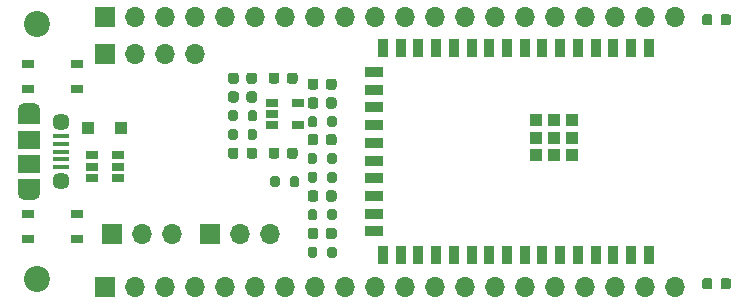
<source format=gts>
G04 #@! TF.GenerationSoftware,KiCad,Pcbnew,5.1.10-88a1d61d58~90~ubuntu21.04.1*
G04 #@! TF.CreationDate,2021-10-15T14:22:21-03:00*
G04 #@! TF.ProjectId,Franzininho WIFI,4672616e-7a69-46e6-996e-686f20574946,rev?*
G04 #@! TF.SameCoordinates,Original*
G04 #@! TF.FileFunction,Soldermask,Top*
G04 #@! TF.FilePolarity,Negative*
%FSLAX46Y46*%
G04 Gerber Fmt 4.6, Leading zero omitted, Abs format (unit mm)*
G04 Created by KiCad (PCBNEW 5.1.10-88a1d61d58~90~ubuntu21.04.1) date 2021-10-15 14:22:21*
%MOMM*%
%LPD*%
G01*
G04 APERTURE LIST*
%ADD10O,1.700000X1.700000*%
%ADD11R,1.700000X1.700000*%
%ADD12R,0.900000X1.500000*%
%ADD13R,1.500000X0.900000*%
%ADD14R,1.100000X1.100000*%
%ADD15R,1.060000X0.650000*%
%ADD16C,2.200000*%
%ADD17R,1.900000X1.500000*%
%ADD18C,1.450000*%
%ADD19R,1.350000X0.400000*%
%ADD20O,1.900000X1.200000*%
%ADD21R,1.900000X1.200000*%
%ADD22R,1.050000X0.650000*%
G04 APERTURE END LIST*
D10*
X138430000Y-97155000D03*
X135890000Y-97155000D03*
X133350000Y-97155000D03*
D11*
X130810000Y-97155000D03*
D10*
X179070000Y-93980000D03*
X176530000Y-93980000D03*
X173990000Y-93980000D03*
X171450000Y-93980000D03*
X168910000Y-93980000D03*
X166370000Y-93980000D03*
X163830000Y-93980000D03*
X161290000Y-93980000D03*
X158750000Y-93980000D03*
X156210000Y-93980000D03*
X153670000Y-93980000D03*
X151130000Y-93980000D03*
X148590000Y-93980000D03*
X146050000Y-93980000D03*
X143510000Y-93980000D03*
X140970000Y-93980000D03*
X138430000Y-93980000D03*
X135890000Y-93980000D03*
X133350000Y-93980000D03*
D11*
X130810000Y-93980000D03*
D10*
X179070000Y-116840000D03*
X176530000Y-116840000D03*
X173990000Y-116840000D03*
X171450000Y-116840000D03*
X168910000Y-116840000D03*
X166370000Y-116840000D03*
X163830000Y-116840000D03*
X161290000Y-116840000D03*
X158750000Y-116840000D03*
X156210000Y-116840000D03*
X153670000Y-116840000D03*
X151130000Y-116840000D03*
X148590000Y-116840000D03*
X146050000Y-116840000D03*
X143510000Y-116840000D03*
X140970000Y-116840000D03*
X138430000Y-116840000D03*
X135890000Y-116840000D03*
X133350000Y-116840000D03*
D11*
X130810000Y-116840000D03*
D10*
X144780000Y-112395000D03*
X142240000Y-112395000D03*
D11*
X139700000Y-112395000D03*
X131445000Y-112395000D03*
D10*
X133985000Y-112395000D03*
X136525000Y-112395000D03*
G36*
G01*
X149650000Y-111019000D02*
X149650000Y-110469000D01*
G75*
G02*
X149850000Y-110269000I200000J0D01*
G01*
X150250000Y-110269000D01*
G75*
G02*
X150450000Y-110469000I0J-200000D01*
G01*
X150450000Y-111019000D01*
G75*
G02*
X150250000Y-111219000I-200000J0D01*
G01*
X149850000Y-111219000D01*
G75*
G02*
X149650000Y-111019000I0J200000D01*
G01*
G37*
G36*
G01*
X148000000Y-111019000D02*
X148000000Y-110469000D01*
G75*
G02*
X148200000Y-110269000I200000J0D01*
G01*
X148600000Y-110269000D01*
G75*
G02*
X148800000Y-110469000I0J-200000D01*
G01*
X148800000Y-111019000D01*
G75*
G02*
X148600000Y-111219000I-200000J0D01*
G01*
X148200000Y-111219000D01*
G75*
G02*
X148000000Y-111019000I0J200000D01*
G01*
G37*
G36*
G01*
X148000000Y-112581500D02*
X148000000Y-112081500D01*
G75*
G02*
X148225000Y-111856500I225000J0D01*
G01*
X148675000Y-111856500D01*
G75*
G02*
X148900000Y-112081500I0J-225000D01*
G01*
X148900000Y-112581500D01*
G75*
G02*
X148675000Y-112806500I-225000J0D01*
G01*
X148225000Y-112806500D01*
G75*
G02*
X148000000Y-112581500I0J225000D01*
G01*
G37*
G36*
G01*
X149550000Y-112581500D02*
X149550000Y-112081500D01*
G75*
G02*
X149775000Y-111856500I225000J0D01*
G01*
X150225000Y-111856500D01*
G75*
G02*
X150450000Y-112081500I0J-225000D01*
G01*
X150450000Y-112581500D01*
G75*
G02*
X150225000Y-112806500I-225000J0D01*
G01*
X149775000Y-112806500D01*
G75*
G02*
X149550000Y-112581500I0J225000D01*
G01*
G37*
G36*
G01*
X148000000Y-107844000D02*
X148000000Y-107294000D01*
G75*
G02*
X148200000Y-107094000I200000J0D01*
G01*
X148600000Y-107094000D01*
G75*
G02*
X148800000Y-107294000I0J-200000D01*
G01*
X148800000Y-107844000D01*
G75*
G02*
X148600000Y-108044000I-200000J0D01*
G01*
X148200000Y-108044000D01*
G75*
G02*
X148000000Y-107844000I0J200000D01*
G01*
G37*
G36*
G01*
X149650000Y-107844000D02*
X149650000Y-107294000D01*
G75*
G02*
X149850000Y-107094000I200000J0D01*
G01*
X150250000Y-107094000D01*
G75*
G02*
X150450000Y-107294000I0J-200000D01*
G01*
X150450000Y-107844000D01*
G75*
G02*
X150250000Y-108044000I-200000J0D01*
G01*
X149850000Y-108044000D01*
G75*
G02*
X149650000Y-107844000I0J200000D01*
G01*
G37*
G36*
G01*
X148800000Y-105706500D02*
X148800000Y-106256500D01*
G75*
G02*
X148600000Y-106456500I-200000J0D01*
G01*
X148200000Y-106456500D01*
G75*
G02*
X148000000Y-106256500I0J200000D01*
G01*
X148000000Y-105706500D01*
G75*
G02*
X148200000Y-105506500I200000J0D01*
G01*
X148600000Y-105506500D01*
G75*
G02*
X148800000Y-105706500I0J-200000D01*
G01*
G37*
G36*
G01*
X150450000Y-105706500D02*
X150450000Y-106256500D01*
G75*
G02*
X150250000Y-106456500I-200000J0D01*
G01*
X149850000Y-106456500D01*
G75*
G02*
X149650000Y-106256500I0J200000D01*
G01*
X149650000Y-105706500D01*
G75*
G02*
X149850000Y-105506500I200000J0D01*
G01*
X150250000Y-105506500D01*
G75*
G02*
X150450000Y-105706500I0J-200000D01*
G01*
G37*
D12*
X154385000Y-96660000D03*
X155885000Y-96660000D03*
X157385000Y-96660000D03*
X158885000Y-96660000D03*
X160385000Y-96660000D03*
X161885000Y-96660000D03*
X163385000Y-96660000D03*
X164885000Y-96660000D03*
X166385000Y-96660000D03*
X167885000Y-96660000D03*
X169385000Y-96660000D03*
X170885000Y-96660000D03*
X172385000Y-96660000D03*
X173885000Y-96660000D03*
X175385000Y-96660000D03*
X176885000Y-96660000D03*
D13*
X153635000Y-98660000D03*
X153635000Y-100160000D03*
X153635000Y-101660000D03*
X153635000Y-103160000D03*
X153635000Y-104660000D03*
X153635000Y-106160000D03*
X153635000Y-107660000D03*
X153635000Y-109160000D03*
X153635000Y-110660000D03*
X153635000Y-112160000D03*
D12*
X154385000Y-114160000D03*
X155885000Y-114160000D03*
X157385000Y-114160000D03*
X158885000Y-114160000D03*
X160385000Y-114160000D03*
X161885000Y-114160000D03*
X163385000Y-114160000D03*
X164885000Y-114160000D03*
X166385000Y-114160000D03*
X167885000Y-114160000D03*
X169385000Y-114160000D03*
X170885000Y-114160000D03*
X172385000Y-114160000D03*
X173885000Y-114160000D03*
X175385000Y-114160000D03*
X176885000Y-114160000D03*
D14*
X168835000Y-104220000D03*
X170385000Y-104220000D03*
X170385000Y-105720000D03*
X168835000Y-105720000D03*
X167335000Y-105720000D03*
X167335000Y-104220000D03*
X167335000Y-102720000D03*
X168835000Y-102720000D03*
X170385000Y-102720000D03*
G36*
G01*
X148000000Y-101532500D02*
X148000000Y-101032500D01*
G75*
G02*
X148225000Y-100807500I225000J0D01*
G01*
X148675000Y-100807500D01*
G75*
G02*
X148900000Y-101032500I0J-225000D01*
G01*
X148900000Y-101532500D01*
G75*
G02*
X148675000Y-101757500I-225000J0D01*
G01*
X148225000Y-101757500D01*
G75*
G02*
X148000000Y-101532500I0J225000D01*
G01*
G37*
G36*
G01*
X149550000Y-101532500D02*
X149550000Y-101032500D01*
G75*
G02*
X149775000Y-100807500I225000J0D01*
G01*
X150225000Y-100807500D01*
G75*
G02*
X150450000Y-101032500I0J-225000D01*
G01*
X150450000Y-101532500D01*
G75*
G02*
X150225000Y-101757500I-225000J0D01*
G01*
X149775000Y-101757500D01*
G75*
G02*
X149550000Y-101532500I0J225000D01*
G01*
G37*
D15*
X144950000Y-101285000D03*
X144950000Y-102235000D03*
X144950000Y-103185000D03*
X147150000Y-103185000D03*
X147150000Y-101285000D03*
D16*
X125095000Y-94615000D03*
X125095000Y-116205000D03*
D17*
X124429000Y-106410000D03*
D18*
X127129000Y-102910000D03*
D19*
X127129000Y-104760000D03*
X127129000Y-104110000D03*
X127129000Y-106710000D03*
X127129000Y-106060000D03*
X127129000Y-105410000D03*
D18*
X127129000Y-107910000D03*
D17*
X124429000Y-104410000D03*
D20*
X124429000Y-101910000D03*
X124429000Y-108910000D03*
D21*
X124429000Y-108310000D03*
X124429000Y-102510000D03*
G36*
G01*
X148000000Y-99945000D02*
X148000000Y-99445000D01*
G75*
G02*
X148225000Y-99220000I225000J0D01*
G01*
X148675000Y-99220000D01*
G75*
G02*
X148900000Y-99445000I0J-225000D01*
G01*
X148900000Y-99945000D01*
G75*
G02*
X148675000Y-100170000I-225000J0D01*
G01*
X148225000Y-100170000D01*
G75*
G02*
X148000000Y-99945000I0J225000D01*
G01*
G37*
G36*
G01*
X149550000Y-99945000D02*
X149550000Y-99445000D01*
G75*
G02*
X149775000Y-99220000I225000J0D01*
G01*
X150225000Y-99220000D01*
G75*
G02*
X150450000Y-99445000I0J-225000D01*
G01*
X150450000Y-99945000D01*
G75*
G02*
X150225000Y-100170000I-225000J0D01*
G01*
X149775000Y-100170000D01*
G75*
G02*
X149550000Y-99945000I0J225000D01*
G01*
G37*
G36*
G01*
X148000000Y-103145000D02*
X148000000Y-102595000D01*
G75*
G02*
X148200000Y-102395000I200000J0D01*
G01*
X148600000Y-102395000D01*
G75*
G02*
X148800000Y-102595000I0J-200000D01*
G01*
X148800000Y-103145000D01*
G75*
G02*
X148600000Y-103345000I-200000J0D01*
G01*
X148200000Y-103345000D01*
G75*
G02*
X148000000Y-103145000I0J200000D01*
G01*
G37*
G36*
G01*
X149650000Y-103145000D02*
X149650000Y-102595000D01*
G75*
G02*
X149850000Y-102395000I200000J0D01*
G01*
X150250000Y-102395000D01*
G75*
G02*
X150450000Y-102595000I0J-200000D01*
G01*
X150450000Y-103145000D01*
G75*
G02*
X150250000Y-103345000I-200000J0D01*
G01*
X149850000Y-103345000D01*
G75*
G02*
X149650000Y-103145000I0J200000D01*
G01*
G37*
G36*
G01*
X143719000Y-100524500D02*
X143719000Y-101024500D01*
G75*
G02*
X143494000Y-101249500I-225000J0D01*
G01*
X143044000Y-101249500D01*
G75*
G02*
X142819000Y-101024500I0J225000D01*
G01*
X142819000Y-100524500D01*
G75*
G02*
X143044000Y-100299500I225000J0D01*
G01*
X143494000Y-100299500D01*
G75*
G02*
X143719000Y-100524500I0J-225000D01*
G01*
G37*
G36*
G01*
X142169000Y-100524500D02*
X142169000Y-101024500D01*
G75*
G02*
X141944000Y-101249500I-225000J0D01*
G01*
X141494000Y-101249500D01*
G75*
G02*
X141269000Y-101024500I0J225000D01*
G01*
X141269000Y-100524500D01*
G75*
G02*
X141494000Y-100299500I225000J0D01*
G01*
X141944000Y-100299500D01*
G75*
G02*
X142169000Y-100524500I0J-225000D01*
G01*
G37*
G36*
G01*
X149550000Y-109406500D02*
X149550000Y-108906500D01*
G75*
G02*
X149775000Y-108681500I225000J0D01*
G01*
X150225000Y-108681500D01*
G75*
G02*
X150450000Y-108906500I0J-225000D01*
G01*
X150450000Y-109406500D01*
G75*
G02*
X150225000Y-109631500I-225000J0D01*
G01*
X149775000Y-109631500D01*
G75*
G02*
X149550000Y-109406500I0J225000D01*
G01*
G37*
G36*
G01*
X148000000Y-109406500D02*
X148000000Y-108906500D01*
G75*
G02*
X148225000Y-108681500I225000J0D01*
G01*
X148675000Y-108681500D01*
G75*
G02*
X148900000Y-108906500I0J-225000D01*
G01*
X148900000Y-109406500D01*
G75*
G02*
X148675000Y-109631500I-225000J0D01*
G01*
X148225000Y-109631500D01*
G75*
G02*
X148000000Y-109406500I0J225000D01*
G01*
G37*
G36*
G01*
X149550000Y-104644000D02*
X149550000Y-104144000D01*
G75*
G02*
X149775000Y-103919000I225000J0D01*
G01*
X150225000Y-103919000D01*
G75*
G02*
X150450000Y-104144000I0J-225000D01*
G01*
X150450000Y-104644000D01*
G75*
G02*
X150225000Y-104869000I-225000J0D01*
G01*
X149775000Y-104869000D01*
G75*
G02*
X149550000Y-104644000I0J225000D01*
G01*
G37*
G36*
G01*
X148000000Y-104644000D02*
X148000000Y-104144000D01*
G75*
G02*
X148225000Y-103919000I225000J0D01*
G01*
X148675000Y-103919000D01*
G75*
G02*
X148900000Y-104144000I0J-225000D01*
G01*
X148900000Y-104644000D01*
G75*
G02*
X148675000Y-104869000I-225000J0D01*
G01*
X148225000Y-104869000D01*
G75*
G02*
X148000000Y-104644000I0J225000D01*
G01*
G37*
G36*
G01*
X143719000Y-105280750D02*
X143719000Y-105793250D01*
G75*
G02*
X143500250Y-106012000I-218750J0D01*
G01*
X143062750Y-106012000D01*
G75*
G02*
X142844000Y-105793250I0J218750D01*
G01*
X142844000Y-105280750D01*
G75*
G02*
X143062750Y-105062000I218750J0D01*
G01*
X143500250Y-105062000D01*
G75*
G02*
X143719000Y-105280750I0J-218750D01*
G01*
G37*
G36*
G01*
X142144000Y-105280750D02*
X142144000Y-105793250D01*
G75*
G02*
X141925250Y-106012000I-218750J0D01*
G01*
X141487750Y-106012000D01*
G75*
G02*
X141269000Y-105793250I0J218750D01*
G01*
X141269000Y-105280750D01*
G75*
G02*
X141487750Y-105062000I218750J0D01*
G01*
X141925250Y-105062000D01*
G75*
G02*
X142144000Y-105280750I0J-218750D01*
G01*
G37*
G36*
G01*
X143719000Y-103674500D02*
X143719000Y-104224500D01*
G75*
G02*
X143519000Y-104424500I-200000J0D01*
G01*
X143119000Y-104424500D01*
G75*
G02*
X142919000Y-104224500I0J200000D01*
G01*
X142919000Y-103674500D01*
G75*
G02*
X143119000Y-103474500I200000J0D01*
G01*
X143519000Y-103474500D01*
G75*
G02*
X143719000Y-103674500I0J-200000D01*
G01*
G37*
G36*
G01*
X142069000Y-103674500D02*
X142069000Y-104224500D01*
G75*
G02*
X141869000Y-104424500I-200000J0D01*
G01*
X141469000Y-104424500D01*
G75*
G02*
X141269000Y-104224500I0J200000D01*
G01*
X141269000Y-103674500D01*
G75*
G02*
X141469000Y-103474500I200000J0D01*
G01*
X141869000Y-103474500D01*
G75*
G02*
X142069000Y-103674500I0J-200000D01*
G01*
G37*
D22*
X128440000Y-112835000D03*
X124290000Y-112835000D03*
X128440000Y-110685000D03*
X124290000Y-110685000D03*
X124290000Y-97985000D03*
X128440000Y-97985000D03*
X124290000Y-100135000D03*
X128440000Y-100135000D03*
G36*
G01*
X143719000Y-98937000D02*
X143719000Y-99437000D01*
G75*
G02*
X143494000Y-99662000I-225000J0D01*
G01*
X143044000Y-99662000D01*
G75*
G02*
X142819000Y-99437000I0J225000D01*
G01*
X142819000Y-98937000D01*
G75*
G02*
X143044000Y-98712000I225000J0D01*
G01*
X143494000Y-98712000D01*
G75*
G02*
X143719000Y-98937000I0J-225000D01*
G01*
G37*
G36*
G01*
X142169000Y-98937000D02*
X142169000Y-99437000D01*
G75*
G02*
X141944000Y-99662000I-225000J0D01*
G01*
X141494000Y-99662000D01*
G75*
G02*
X141269000Y-99437000I0J225000D01*
G01*
X141269000Y-98937000D01*
G75*
G02*
X141494000Y-98712000I225000J0D01*
G01*
X141944000Y-98712000D01*
G75*
G02*
X142169000Y-98937000I0J-225000D01*
G01*
G37*
G36*
G01*
X146248000Y-99437000D02*
X146248000Y-98937000D01*
G75*
G02*
X146473000Y-98712000I225000J0D01*
G01*
X146923000Y-98712000D01*
G75*
G02*
X147148000Y-98937000I0J-225000D01*
G01*
X147148000Y-99437000D01*
G75*
G02*
X146923000Y-99662000I-225000J0D01*
G01*
X146473000Y-99662000D01*
G75*
G02*
X146248000Y-99437000I0J225000D01*
G01*
G37*
G36*
G01*
X144698000Y-99437000D02*
X144698000Y-98937000D01*
G75*
G02*
X144923000Y-98712000I225000J0D01*
G01*
X145373000Y-98712000D01*
G75*
G02*
X145598000Y-98937000I0J-225000D01*
G01*
X145598000Y-99437000D01*
G75*
G02*
X145373000Y-99662000I-225000J0D01*
G01*
X144923000Y-99662000D01*
G75*
G02*
X144698000Y-99437000I0J225000D01*
G01*
G37*
G36*
G01*
X144698000Y-105787000D02*
X144698000Y-105287000D01*
G75*
G02*
X144923000Y-105062000I225000J0D01*
G01*
X145373000Y-105062000D01*
G75*
G02*
X145598000Y-105287000I0J-225000D01*
G01*
X145598000Y-105787000D01*
G75*
G02*
X145373000Y-106012000I-225000J0D01*
G01*
X144923000Y-106012000D01*
G75*
G02*
X144698000Y-105787000I0J225000D01*
G01*
G37*
G36*
G01*
X146248000Y-105787000D02*
X146248000Y-105287000D01*
G75*
G02*
X146473000Y-105062000I225000J0D01*
G01*
X146923000Y-105062000D01*
G75*
G02*
X147148000Y-105287000I0J-225000D01*
G01*
X147148000Y-105787000D01*
G75*
G02*
X146923000Y-106012000I-225000J0D01*
G01*
X146473000Y-106012000D01*
G75*
G02*
X146248000Y-105787000I0J225000D01*
G01*
G37*
G36*
G01*
X141269000Y-102637000D02*
X141269000Y-102087000D01*
G75*
G02*
X141469000Y-101887000I200000J0D01*
G01*
X141869000Y-101887000D01*
G75*
G02*
X142069000Y-102087000I0J-200000D01*
G01*
X142069000Y-102637000D01*
G75*
G02*
X141869000Y-102837000I-200000J0D01*
G01*
X141469000Y-102837000D01*
G75*
G02*
X141269000Y-102637000I0J200000D01*
G01*
G37*
G36*
G01*
X142919000Y-102637000D02*
X142919000Y-102087000D01*
G75*
G02*
X143119000Y-101887000I200000J0D01*
G01*
X143519000Y-101887000D01*
G75*
G02*
X143719000Y-102087000I0J-200000D01*
G01*
X143719000Y-102637000D01*
G75*
G02*
X143519000Y-102837000I-200000J0D01*
G01*
X143119000Y-102837000D01*
G75*
G02*
X142919000Y-102637000I0J200000D01*
G01*
G37*
D15*
X129710000Y-105730000D03*
X129710000Y-106680000D03*
X129710000Y-107630000D03*
X131910000Y-107630000D03*
X131910000Y-105730000D03*
X131910000Y-106680000D03*
D14*
X132210000Y-103378000D03*
X129410000Y-103378000D03*
G36*
G01*
X150450000Y-113644000D02*
X150450000Y-114194000D01*
G75*
G02*
X150250000Y-114394000I-200000J0D01*
G01*
X149850000Y-114394000D01*
G75*
G02*
X149650000Y-114194000I0J200000D01*
G01*
X149650000Y-113644000D01*
G75*
G02*
X149850000Y-113444000I200000J0D01*
G01*
X150250000Y-113444000D01*
G75*
G02*
X150450000Y-113644000I0J-200000D01*
G01*
G37*
G36*
G01*
X148800000Y-113644000D02*
X148800000Y-114194000D01*
G75*
G02*
X148600000Y-114394000I-200000J0D01*
G01*
X148200000Y-114394000D01*
G75*
G02*
X148000000Y-114194000I0J200000D01*
G01*
X148000000Y-113644000D01*
G75*
G02*
X148200000Y-113444000I200000J0D01*
G01*
X148600000Y-113444000D01*
G75*
G02*
X148800000Y-113644000I0J-200000D01*
G01*
G37*
G36*
G01*
X145625000Y-107675000D02*
X145625000Y-108225000D01*
G75*
G02*
X145425000Y-108425000I-200000J0D01*
G01*
X145025000Y-108425000D01*
G75*
G02*
X144825000Y-108225000I0J200000D01*
G01*
X144825000Y-107675000D01*
G75*
G02*
X145025000Y-107475000I200000J0D01*
G01*
X145425000Y-107475000D01*
G75*
G02*
X145625000Y-107675000I0J-200000D01*
G01*
G37*
G36*
G01*
X147275000Y-107675000D02*
X147275000Y-108225000D01*
G75*
G02*
X147075000Y-108425000I-200000J0D01*
G01*
X146675000Y-108425000D01*
G75*
G02*
X146475000Y-108225000I0J200000D01*
G01*
X146475000Y-107675000D01*
G75*
G02*
X146675000Y-107475000I200000J0D01*
G01*
X147075000Y-107475000D01*
G75*
G02*
X147275000Y-107675000I0J-200000D01*
G01*
G37*
G36*
G01*
X182976000Y-116842250D02*
X182976000Y-116329750D01*
G75*
G02*
X183194750Y-116111000I218750J0D01*
G01*
X183632250Y-116111000D01*
G75*
G02*
X183851000Y-116329750I0J-218750D01*
G01*
X183851000Y-116842250D01*
G75*
G02*
X183632250Y-117061000I-218750J0D01*
G01*
X183194750Y-117061000D01*
G75*
G02*
X182976000Y-116842250I0J218750D01*
G01*
G37*
G36*
G01*
X181401000Y-116842250D02*
X181401000Y-116329750D01*
G75*
G02*
X181619750Y-116111000I218750J0D01*
G01*
X182057250Y-116111000D01*
G75*
G02*
X182276000Y-116329750I0J-218750D01*
G01*
X182276000Y-116842250D01*
G75*
G02*
X182057250Y-117061000I-218750J0D01*
G01*
X181619750Y-117061000D01*
G75*
G02*
X181401000Y-116842250I0J218750D01*
G01*
G37*
G36*
G01*
X181401000Y-94490250D02*
X181401000Y-93977750D01*
G75*
G02*
X181619750Y-93759000I218750J0D01*
G01*
X182057250Y-93759000D01*
G75*
G02*
X182276000Y-93977750I0J-218750D01*
G01*
X182276000Y-94490250D01*
G75*
G02*
X182057250Y-94709000I-218750J0D01*
G01*
X181619750Y-94709000D01*
G75*
G02*
X181401000Y-94490250I0J218750D01*
G01*
G37*
G36*
G01*
X182976000Y-94490250D02*
X182976000Y-93977750D01*
G75*
G02*
X183194750Y-93759000I218750J0D01*
G01*
X183632250Y-93759000D01*
G75*
G02*
X183851000Y-93977750I0J-218750D01*
G01*
X183851000Y-94490250D01*
G75*
G02*
X183632250Y-94709000I-218750J0D01*
G01*
X183194750Y-94709000D01*
G75*
G02*
X182976000Y-94490250I0J218750D01*
G01*
G37*
M02*

</source>
